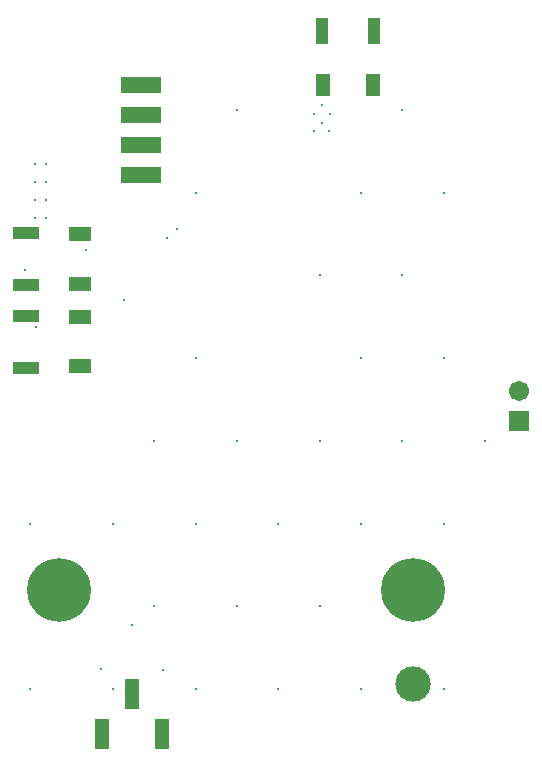
<source format=gbs>
G04 Layer_Color=16711935*
%FSLAX44Y44*%
%MOMM*%
G71*
G01*
G75*
%ADD33C,3.0000*%
%ADD34C,5.4032*%
%ADD35C,1.7032*%
%ADD36R,1.7032X1.7032*%
%ADD37C,0.3000*%
%ADD38R,1.0032X2.2032*%
%ADD39R,1.2032X1.9032*%
%ADD40R,2.2032X1.0032*%
%ADD41R,1.9032X1.2032*%
%ADD42R,3.5032X1.4732*%
%ADD43R,1.2232X2.6132*%
D33*
X350000Y60000D02*
D03*
D34*
Y140000D02*
D03*
X50000D02*
D03*
D35*
X440000Y308400D02*
D03*
D36*
Y283000D02*
D03*
D37*
X105250Y385000D02*
D03*
X376000Y476000D02*
D03*
Y336000D02*
D03*
X411000Y266000D02*
D03*
X376000Y196000D02*
D03*
Y56000D02*
D03*
X341000Y546000D02*
D03*
X306000Y476000D02*
D03*
X341000Y406000D02*
D03*
X306000Y336000D02*
D03*
X341000Y266000D02*
D03*
X306000Y196000D02*
D03*
Y56000D02*
D03*
X271000Y406000D02*
D03*
Y266000D02*
D03*
X236000Y196000D02*
D03*
X271000Y126000D02*
D03*
X236000Y56000D02*
D03*
X201000Y546000D02*
D03*
X166000Y476000D02*
D03*
Y336000D02*
D03*
X201000Y266000D02*
D03*
X166000Y196000D02*
D03*
X201000Y126000D02*
D03*
X166000Y56000D02*
D03*
X131000Y266000D02*
D03*
X96000Y196000D02*
D03*
X131000Y126000D02*
D03*
X96000Y56000D02*
D03*
X26000Y196000D02*
D03*
Y56000D02*
D03*
X138000Y72000D02*
D03*
X112100Y109900D02*
D03*
X86000Y73000D02*
D03*
X266000Y528000D02*
D03*
X279000D02*
D03*
X273000Y535000D02*
D03*
X266000Y543000D02*
D03*
X280000D02*
D03*
X273000Y550000D02*
D03*
X30000Y455000D02*
D03*
Y470000D02*
D03*
Y485000D02*
D03*
Y500000D02*
D03*
X39000D02*
D03*
Y485000D02*
D03*
Y470000D02*
D03*
Y455000D02*
D03*
X150000Y445000D02*
D03*
X142000Y437999D02*
D03*
X73250Y427500D02*
D03*
X21750Y411000D02*
D03*
X30750Y362000D02*
D03*
D38*
X317000Y612750D02*
D03*
X273000D02*
D03*
D39*
X316000Y567250D02*
D03*
X274000D02*
D03*
D40*
X22250Y372000D02*
D03*
Y328000D02*
D03*
Y442000D02*
D03*
Y398000D02*
D03*
D41*
X67750Y371000D02*
D03*
Y329000D02*
D03*
Y441000D02*
D03*
Y399000D02*
D03*
D42*
X120000Y516200D02*
D03*
Y541600D02*
D03*
Y567000D02*
D03*
Y490800D02*
D03*
D43*
X86600Y17550D02*
D03*
X112000Y51850D02*
D03*
X137400Y17550D02*
D03*
M02*

</source>
